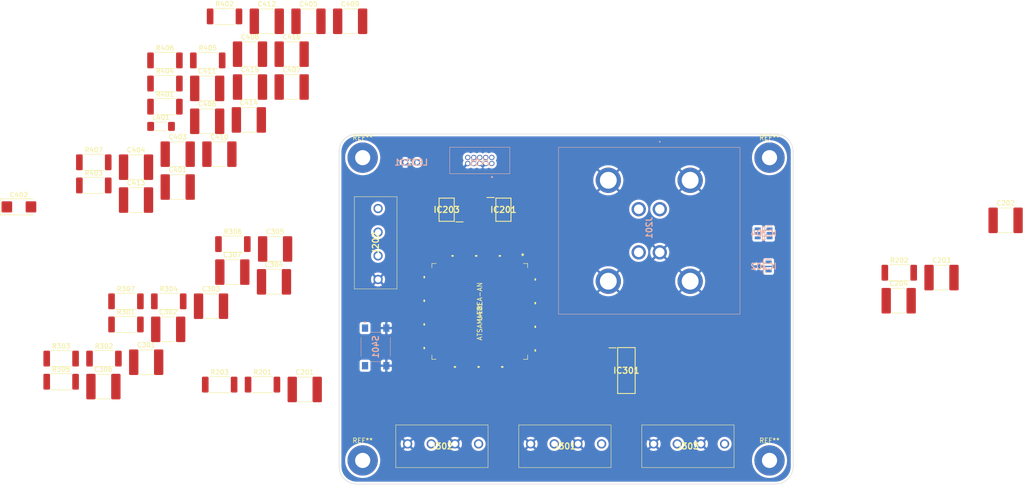
<source format=kicad_pcb>
(kicad_pcb (version 20211014) (generator pcbnew)
  (title_block (title "Digitizer") (date "2022-02-13") (rev "1") (company "The Backstreet Digitizers ft. Bourgault Industries Ltd."))
  (layers (0 "F.Cu" signal) (31 "B.Cu" signal) (34 "B.Paste" user) (35 "F.Paste" user) (36 "B.SilkS" user "B.Silkscreen") (37 "F.SilkS" user "F.Silkscreen") (38 "B.Mask" user) (39 "F.Mask" user) (44 "Edge.Cuts" user))
  (net 0 "")
  (net 1 "Net-(C201-Pad1)")
  (net 2 "GND")
  (net 3 "5V_CLEAN")
  (net 4 "3V3_CLEAN")
  (net 5 "Net-(C303-Pad1)")
  (net 6 "Net-(C303-Pad2)")
  (net 7 "/ANALOG/signal (-)")
  (net 8 "/ANALOG/signal (+)")
  (net 9 "Net-(C401-Pad1)")
  (net 10 "VDD_OUT")
  (net 11 "MCU_NRESET")
  (net 12 "CAN_UP_TX")
  (net 13 "CAN_UP_RX")
  (net 14 "/CANPWR/CANL_UPSTREAM")
  (net 15 "/CANPWR/CANH_UPSTREAM")
  (net 16 "Net-(IC201-Pad8)")
  (net 17 "CAN_DOWN_TX")
  (net 18 "CAN_DOWN_RX")
  (net 19 "/CANPWR/CANL_DOWNSTREAM")
  (net 20 "/CANPWR/CANH_DOWNSTREAM")
  (net 21 "Net-(IC203-Pad8)")
  (net 25 "Net-(IC301-Pad7)")
  (net 26 "Net-(IC301-Pad8)")
  (net 27 "Net-(IC301-Pad19)")
  (net 28 "Net-(IC301-Pad20)")
  (net 29 "Net-(IC301-Pad26)")
  (net 30 "Net-(IC301-Pad27)")
  (net 31 "Net-(IC301-Pad28)")
  (net 32 "/MCU/TMS")
  (net 33 "/MCU/TCLK")
  (net 34 "/MCU/TDO")
  (net 36 "/MCU/TDI")
  (net 37 "NRESET")
  (net 38 "Net-(LED201-Pad1)")
  (net 39 "ADC_MUX_0")
  (net 40 "ADC_MUX_1")
  (net 41 "ADC_nPWDN")
  (net 42 "I2C_SDA")
  (net 43 "I2C_SCL")
  (footprint "Capacitor_SMD:C_2220_5650Metric_Pad1.97x5.40mm_HandSolder" (layer "F.Cu") (at 55.43 39.07)
    (fp_text reference "C415" (at 0 -3.65) (layer "F.SilkS"))
    (fp_text value "0.1uF")
    (pad "1" smd roundrect locked (at -2.6375 0) (size 1.975 5.4) (layers "F.Cu" "F.Paste" "F.Mask") (roundrect_rratio 0.126582) (net 10 "VDD_OUT"))
    (pad "2" smd roundrect locked (at 2.6375 0) (size 1.975 5.4) (layers "F.Cu" "F.Paste" "F.Mask") (roundrect_rratio 0.126582) (net 2 "GND"))
  )
  (footprint "Capacitor_SMD:C_2220_5650Metric_Pad1.97x5.40mm_HandSolder" (layer "F.Cu") (at 215.155 67.25)
    (fp_text reference "C202" (at 0 -3.65) (layer "F.SilkS"))
    (fp_text value "0.1uF")
    (pad "1" smd roundrect locked (at -2.6375 0) (size 1.975 5.4) (layers "F.Cu" "F.Paste" "F.Mask") (roundrect_rratio 0.126582) (net 2 "GND"))
    (pad "2" smd roundrect locked (at 2.6375 0) (size 1.975 5.4) (layers "F.Cu" "F.Paste" "F.Mask") (roundrect_rratio 0.126582) (net 3 "5V_CLEAN"))
  )
  (footprint "Capacitor_SMD:C_2220_5650Metric_Pad1.97x5.40mm_HandSolder" (layer "F.Cu") (at 24.44 102.39)
    (fp_text reference "C306" (at 0 -3.65) (layer "F.SilkS"))
    (fp_text value "10nF")
    (pad "1" smd roundrect locked (at -2.6375 0) (size 1.975 5.4) (layers "F.Cu" "F.Paste" "F.Mask") (roundrect_rratio 0.126582) (net 8 "/ANALOG/signal (+)"))
    (pad "2" smd roundrect locked (at 2.6375 0) (size 1.975 5.4) (layers "F.Cu" "F.Paste" "F.Mask") (roundrect_rratio 0.126582) (net 7 "/ANALOG/signal (-)"))
  )
  (footprint "Capacitor_SMD:C_2220_5650Metric_Pad1.97x5.40mm_HandSolder" (layer "F.Cu") (at 31.34 56.01)
    (fp_text reference "C404" (at 0 -3.65) (layer "F.SilkS"))
    (fp_text value "10uF")
    (pad "1" smd roundrect locked (at -2.6375 0) (size 1.975 5.4) (layers "F.Cu" "F.Paste" "F.Mask") (roundrect_rratio 0.126582) (net 4 "3V3_CLEAN"))
    (pad "2" smd roundrect locked (at 2.6375 0) (size 1.975 5.4) (layers "F.Cu" "F.Paste" "F.Mask") (roundrect_rratio 0.126582) (net 2 "GND"))
  )
  (footprint "SamacSys_Parts:1935187" (layer "F.Cu") (at 140.75 114.5)
    (fp_text reference "J303" (at 7.25 0.5) (layer "F.SilkS") (effects (font (size 1.27 1.27) (thickness 0.254))))
    (fp_text value "Load Cell 3" hide)
    (pad "1" thru_hole circle locked (at 0 0) (size 1.95 1.95) (drill 1.3) (layers *.Cu *.Mask) (net 2 "GND"))
    (pad "2" thru_hole circle locked (at 5 0) (size 1.95 1.95) (drill 1.3) (layers *.Cu *.Mask) (net 3 "5V_CLEAN"))
    (pad "3" thru_hole circle locked (at 10 0) (size 1.95 1.95) (drill 1.3) (layers *.Cu *.Mask) (net 2 "GND"))
    (pad "4" thru_hole circle locked (at 15 0) (size 1.95 1.95) (drill 1.3) (layers *.Cu *.Mask) (net 8 "/ANALOG/signal (+)"))
  )
  (footprint "SamacSys_Parts:SOP65P640X120-28N" (layer "F.Cu") (at 135 99)
    (fp_text reference "IC301" (at 0 0) (layer "F.SilkS") (effects (font (size 1.27 1.27) (thickness 0.254))))
    (fp_text value "ADS1234IPWR" hide)
    (pad "1" smd rect locked (at -2.938 -4.225 90) (size 0.45 1.475) (layers "F.Cu" "F.Paste" "F.Mask") (net 4 "3V3_CLEAN"))
    (pad "2" smd rect locked (at -2.938 -3.575 90) (size 0.45 1.475) (layers "F.Cu" "F.Paste" "F.Mask") (net 2 "GND"))
    (pad "3" smd rect locked (at -2.938 -2.925 90) (size 0.45 1.475) (layers "F.Cu" "F.Paste" "F.Mask") (net 2 "GND"))
    (pad "4" smd rect locked (at -2.938 -2.275 90) (size 0.45 1.475) (layers "F.Cu" "F.Paste" "F.Mask"))
    (pad "5" smd rect locked (at -2.938 -1.625 90) (size 0.45 1.475) (layers "F.Cu" "F.Paste" "F.Mask") (net 2 "GND"))
    (pad "6" smd rect locked (at -2.938 -0.975 90) (size 0.45 1.475) (layers "F.Cu" "F.Paste" "F.Mask") (net 2 "GND"))
    (pad "7" smd rect locked (at -2.938 -0.325 90) (size 0.45 1.475) (layers "F.Cu" "F.Paste" "F.Mask") (net 25 "Net-(IC301-Pad7)"))
    (pad "8" smd rect locked (at -2.938 0.325 90) (size 0.45 1.475) (layers "F.Cu" "F.Paste" "F.Mask") (net 26 "Net-(IC301-Pad8)"))
    (pad "9" smd rect locked (at -2.938 0.975 90) (size 0.45 1.475) (layers "F.Cu" "F.Paste" "F.Mask") (net 5 "Net-(C303-Pad1)"))
    (pad "10" smd rect locked (at -2.938 1.625 90) (size 0.45 1.475) (layers "F.Cu" "F.Paste" "F.Mask") (net 6 "Net-(C303-Pad2)"))
    (pad "11" smd rect locked (at -2.938 2.275 90) (size 0.45 1.475) (layers "F.Cu" "F.Paste" "F.Mask") (net 8 "/ANALOG/signal (+)"))
    (pad "12" smd rect locked (at -2.938 2.925 90) (size 0.45 1.475) (layers "F.Cu" "F.Paste" "F.Mask") (net 7 "/ANALOG/signal (-)"))
    (pad "13" smd rect locked (at -2.938 3.575 90) (size 0.45 1.475) (layers "F.Cu" "F.Paste" "F.Mask") (net 8 "/ANALOG/signal (+)"))
    (pad "14" smd rect locked (at -2.938 4.225 90) (size 0.45 1.475) (layers "F.Cu" "F.Paste" "F.Mask") (net 7 "/ANALOG/signal (-)"))
    (pad "15" smd rect locked (at 2.938 4.225 90) (size 0.45 1.475) (layers "F.Cu" "F.Paste" "F.Mask") (net 2 "GND"))
    (pad "16" smd rect locked (at 2.938 3.575 90) (size 0.45 1.475) (layers "F.Cu" "F.Paste" "F.Mask") (net 2 "GND"))
    (pad "17" smd rect locked (at 2.938 2.925 90) (size 0.45 1.475) (layers "F.Cu" "F.Paste" "F.Mask") (net 7 "/ANALOG/signal (-)"))
    (pad "18" smd rect locked (at 2.938 2.275 90) (size 0.45 1.475) (layers "F.Cu" "F.Paste" "F.Mask") (net 8 "/ANALOG/signal (+)"))
    (pad "19" smd rect locked (at 2.938 1.625 90) (size 0.45 1.475) (layers "F.Cu" "F.Paste" "F.Mask") (net 27 "Net-(IC301-Pad19)"))
    (pad "20" smd rect locked (at 2.938 0.975 90) (size 0.45 1.475) (layers "F.Cu" "F.Paste" "F.Mask") (net 28 "Net-(IC301-Pad20)"))
    (pad "21" smd rect locked (at 2.938 0.325 90) (size 0.45 1.475) (layers "F.Cu" "F.Paste" "F.Mask") (net 2 "GND"))
    (pad "22" smd rect locked (at 2.938 -0.325 90) (size 0.45 1.475) (layers "F.Cu" "F.Paste" "F.Mask") (net 3 "5V_CLEAN"))
    (pad "23" smd rect locked (at 2.938 -0.975 90) (size 0.45 1.475) (layers "F.Cu" "F.Paste" "F.Mask") (net 4 "3V3_CLEAN"))
    (pad "24" smd rect locked (at 2.938 -1.625 90) (size 0.45 1.475) (layers "F.Cu" "F.Paste" "F.Mask") (net 4 "3V3_CLEAN"))
    (pad "25" smd rect locked (at 2.938 -2.275 90) (size 0.45 1.475) (layers "F.Cu" "F.Paste" "F.Mask") (net 2 "GND"))
    (pad "26" smd rect locked (at 2.938 -2.925 90) (size 0.45 1.475) (layers "F.Cu" "F.Paste" "F.Mask") (net 29 "Net-(IC301-Pad26)"))
    (pad "27" smd rect locked (at 2.938 -3.575 90) (size 0.45 1.475) (layers "F.Cu" "F.Paste" "F.Mask") (net 30 "Net-(IC301-Pad27)"))
    (pad "28" smd rect locked (at 2.938 -4.225 90) (size 0.45 1.475) (layers "F.Cu" "F.Paste" "F.Mask") (net 31 "Net-(IC301-Pad28)"))
  )
  (footprint "SamacSys_Parts:1935187" (layer "F.Cu") (at 114.75 114.5)
    (fp_text reference "J301" (at 7.25 0.5) (layer "F.SilkS") (effects (font (size 1.27 1.27) (thickness 0.254))))
    (fp_text value "Load Cell 1" hide)
    (pad "1" thru_hole circle locked (at 0 0) (size 1.95 1.95) (drill 1.3) (layers *.Cu *.Mask) (net 2 "GND"))
    (pad "2" thru_hole circle locked (at 5 0) (size 1.95 1.95) (drill 1.3) (layers *.Cu *.Mask) (net 3 "5V_CLEAN"))
    (pad "3" thru_hole circle locked (at 10 0) (size 1.95 1.95) (drill 1.3) (layers *.Cu *.Mask) (net 2 "GND"))
    (pad "4" thru_hole circle locked (at 15 0) (size 1.95 1.95) (drill 1.3) (layers *.Cu *.Mask) (net 8 "/ANALOG/signal (+)"))
  )
  (footprint "MountingHole:MountingHole_3.2mm_M3_Pad" (layer "F.Cu") (at 165.25 54)
    (fp_text reference "REF**" (at 0 -4.2) (layer "F.SilkS"))
    (fp_text value "MountingHole_3.2mm_M3_Pad")
    (pad "1" thru_hole circle locked (at 0 0) (size 6.4 6.4) (drill 3.2) (layers *.Cu *.Mask))
  )
  (footprint "Resistor_SMD:R_2512_6332Metric_Pad1.40x3.35mm_HandSolder" (layer "F.Cu") (at 50.05 24.14)
    (fp_text reference "R402" (at 0 -2.62) (layer "F.SilkS"))
    (fp_text value "100k")
    (pad "1" smd roundrect locked (at -3.05 0) (size 1.4 3.35) (layers "F.Cu" "F.Paste" "F.Mask") (roundrect_rratio 0.178571) (net 33 "/MCU/TCLK"))
    (pad "2" smd roundrect locked (at 3.05 0) (size 1.4 3.35) (layers "F.Cu" "F.Paste" "F.Mask") (roundrect_rratio 0.178571) (net 4 "3V3_CLEAN"))
  )
  (footprint "Capacitor_SMD:C_2220_5650Metric_Pad1.97x5.40mm_HandSolder" (layer "F.Cu") (at 33.49 97.24)
    (fp_text reference "C301" (at 0 -3.65) (layer "F.SilkS"))
    (fp_text value "0.1uF")
    (pad "1" smd roundrect locked (at -2.6375 0) (size 1.975 5.4) (layers "F.Cu" "F.Paste" "F.Mask") (roundrect_rratio 0.126582) (net 4 "3V3_CLEAN"))
    (pad "2" smd roundrect locked (at 2.6375 0) (size 1.975 5.4) (layers "F.Cu" "F.Paste" "F.Mask") (roundrect_rratio 0.126582) (net 2 "GND"))
  )
  (footprint "MountingHole:MountingHole_3.2mm_M3_Pad" (layer "F.Cu") (at 165.25 118)
    (fp_text reference "REF**" (at 0 -4.2) (layer "F.SilkS"))
    (fp_text value "MountingHole_3.2mm_M3_Pad")
    (pad "1" thru_hole circle locked (at 0 0) (size 6.4 6.4) (drill 3.2) (layers *.Cu *.Mask))
  )
  (footprint "Capacitor_SMD:C_2220_5650Metric_Pad1.97x5.40mm_HandSolder" (layer "F.Cu") (at 46.38 46.31)
    (fp_text reference "C406" (at 0 -3.65) (layer "F.SilkS"))
    (fp_text value "0.1uF")
    (pad "1" smd roundrect locked (at -2.6375 0) (size 1.975 5.4) (layers "F.Cu" "F.Paste" "F.Mask") (roundrect_rratio 0.126582) (net 4 "3V3_CLEAN"))
    (pad "2" smd roundrect locked (at 2.6375 0) (size 1.975 5.4) (layers "F.Cu" "F.Paste" "F.Mask") (roundrect_rratio 0.126582) (net 2 "GND"))
  )
  (footprint "Capacitor_SMD:C_2220_5650Metric_Pad1.97x5.40mm_HandSolder" (layer "F.Cu") (at 192.555 84.24)
    (fp_text reference "C204" (at 0 -3.65) (layer "F.SilkS"))
    (fp_text value "0.1uF")
    (pad "1" smd roundrect locked (at -2.6375 0) (size 1.975 5.4) (layers "F.Cu" "F.Paste" "F.Mask") (roundrect_rratio 0.126582) (net 1 "Net-(C201-Pad1)"))
    (pad "2" smd roundrect locked (at 2.6375 0) (size 1.975 5.4) (layers "F.Cu" "F.Paste" "F.Mask") (roundrect_rratio 0.126582) (net 2 "GND"))
  )
  (footprint "Capacitor_SMD:C_2220_5650Metric_Pad1.97x5.40mm_HandSolder" (layer "F.Cu") (at 67 103)
    (fp_text reference "C201" (at 0 -3.65) (layer "F.SilkS"))
    (fp_text value "0.1uF")
    (pad "1" smd roundrect locked (at -2.6375 0) (size 1.975 5.4) (layers "F.Cu" "F.Paste" "F.Mask") (roundrect_rratio 0.126582) (net 1 "Net-(C201-Pad1)"))
    (pad "2" smd roundrect locked (at 2.6375 0) (size 1.975 5.4) (layers "F.Cu" "F.Paste" "F.Mask") (roundrect_rratio 0.126582) (net 2 "GND"))
  )
  (footprint "Resistor_SMD:R_2512_6332Metric_Pad1.40x3.35mm_HandSolder" (layer "F.Cu") (at 58.07 101.97)
    (fp_text reference "R201" (at 0 -2.62) (layer "F.SilkS"))
    (fp_text value "50k")
    (pad "1" smd roundrect locked (at -3.05 0) (size 1.4 3.35) (layers "F.Cu" "F.Paste" "F.Mask") (roundrect_rratio 0.178571) (net 16 "Net-(IC201-Pad8)"))
    (pad "2" smd roundrect locked (at 3.05 0) (size 1.4 3.35) (layers "F.Cu" "F.Paste" "F.Mask") (roundrect_rratio 0.178571) (net 2 "GND"))
  )
  (footprint "Resistor_SMD:R_2512_6332Metric_Pad1.40x3.35mm_HandSolder" (layer "F.Cu") (at 29.21 84.37)
    (fp_text reference "R307" (at 0 -2.62) (layer "F.SilkS"))
    (fp_text value "100")
    (pad "1" smd roundrect locked (at -3.05 0) (size 1.4 3.35) (layers "F.Cu" "F.Paste" "F.Mask") (roundrect_rratio 0.178571) (net 27 "Net-(IC301-Pad19)"))
    (pad "2" smd roundrect locked (at 3.05 0) (size 1.4 3.35) (layers "F.Cu" "F.Paste" "F.Mask") (roundrect_rratio 0.178571) (net 2 "GND"))
  )
  (footprint "Capacitor_SMD:C_2220_5650Metric_Pad1.97x5.40mm_HandSolder" (layer "F.Cu") (at 55.43 32.12)
    (fp_text reference "C408" (at 0 -3.65) (layer "F.SilkS"))
    (fp_text value "0.1uF")
    (pad "1" smd roundrect locked (at -2.6375 0) (size 1.975 5.4) (layers "F.Cu" "F.Paste" "F.Mask") (roundrect_rratio 0.126582) (net 4 "3V3_CLEAN"))
    (pad "2" smd roundrect locked (at 2.6375 0) (size 1.975 5.4) (layers "F.Cu" "F.Paste" "F.Mask") (roundrect_rratio 0.126582) (net 2 "GND"))
  )
  (footprint "Inductor_SMD:L_1806_4516Metric_Pad1.45x1.90mm_HandSolder" (layer "F.Cu") (at 36.63 47.39)
    (fp_text reference "L401" (at 0 -1.9) (layer "F.SilkS"))
    (fp_text value "BLM41PG471SN1L")
    (pad "1" smd roundrect locked (at -2.2 0) (size 1.45 1.9) (layers "F.Cu" "F.Paste" "F.Mask") (roundrect_rratio 0.172414) (net 4 "3V3_CLEAN"))
    (pad "2" smd roundrect locked (at 2.2 0) (size 1.45 1.9) (layers "F.Cu" "F.Paste" "F.Mask") (roundrect_rratio 0.172414) (net 9 "Net-(C401-Pad1)"))
  )
  (footprint "Capacitor_SMD:C_2220_5650Metric_Pad1.97x5.40mm_HandSolder" (layer "F.Cu") (at 55.19 46.02)
    (fp_text reference "C414" (at 0 -3.65) (layer "F.SilkS"))
    (fp_text value "0.1uF")
    (pad "1" smd roundrect locked (at -2.6375 0) (size 1.975 5.4) (layers "F.Cu" "F.Paste" "F.Mask") (roundrect_rratio 0.126582) (net 10 "VDD_OUT"))
    (pad "2" smd roundrect locked (at 2.6375 0) (size 1.975 5.4) (layers "F.Cu" "F.Paste" "F.Mask") (roundrect_rratio 0.126582) (net 2 "GND"))
  )
  (footprint "Capacitor_SMD:C_2220_5650Metric_Pad1.97x5.40mm_HandSolder" (layer "F.Cu") (at 60.74 73.3)
    (fp_text reference "C305" (at 0 -3.65) (layer "F.SilkS"))
    (fp_text value "10nF")
    (pad "1" smd roundrect locked (at -2.6375 0) (size 1.975 5.4) (layers "F.Cu" "F.Paste" "F.Mask") (roundrect_rratio 0.126582) (net 3 "5V_CLEAN"))
    (pad "2" smd roundrect locked (at 2.6375 0) (size 1.975 5.4) (layers "F.Cu" "F.Paste" "F.Mask") (roundrect_rratio 0.126582) (net 2 "GND"))
  )
  (footprint "Capacitor_SMD:C_2220_5650Metric_Pad1.97x5.40mm_HandSolder" (layer "F.Cu") (at 47.19 85.4)
    (fp_text reference "C303" (at 0 -3.65) (layer "F.SilkS"))
    (fp_text value "0.1uF")
    (pad "1" smd roundrect locked (at -2.6375 0) (size 1.975 5.4) (layers "F.Cu" "F.Paste" "F.Mask") (roundrect_rratio 0.126582) (net 5 "Net-(C303-Pad1)"))
    (pad "2" smd roundrect locked (at 2.6375 0) (size 1.975 5.4) (layers "F.Cu" "F.Paste" "F.Mask") (roundrect_rratio 0.126582) (net 6 "Net-(C303-Pad2)"))
  )
  (footprint "Capacitor_SMD:C_2220_5650Metric_Pad1.97x5.40mm_HandSolder" (layer "F.Cu") (at 38.14 90.29)
    (fp_text reference "C302" (at 0 -3.65) (layer "F.SilkS"))
    (fp_text value "0.1uF")
    (pad "1" smd roundrect locked (at -2.6375 0) (size 1.975 5.4) (layers "F.Cu" "F.Paste" "F.Mask") (roundrect_rratio 0.126582) (net 3 "5V_CLEAN"))
    (pad "2" smd roundrect locked (at 2.6375 0) (size 1.975 5.4) (layers "F.Cu" "F.Paste" "F.Mask") (roundrect_rratio 0.126582) (net 2 "GND"))
  )
  (footprint "footprints:ATSAM4E8EA-AN" (layer "F.Cu") (at 104 86.5 -90)
    (fp_text reference "U401" (at 0 0 90) (layer "F.SilkS"))
    (fp_text value "ATSAM4E8EA-AN" (at 0 0 90) (layer "F.SilkS"))
    (fp_text user "*" (at -11.9888 -9.381 90) (layer "F.SilkS"))
    (fp_text user "*" (at -11.9888 -9.381 90) (layer "F.SilkS"))
    (pad "1" smd rect locked (at -10.6172 -8.75) (size 0.2794 1.4732) (layers "F.Cu" "F.Paste" "F.Mask"))
    (pad "2" smd rect locked (at -10.6172 -8.250001) (size 0.2794 1.4732) (layers "F.Cu" "F.Paste" "F.Mask"))
    (pad "3" smd rect locked (at -10.6172 -7.75) (size 0.2794 1.4732) (layers "F.Cu" "F.Paste" "F.Mask") (net 10 "VDD_OUT"))
    (pad "4" smd rect locked (at -10.6172 -7.250001) (size 0.2794 1.4732) (layers "F.Cu" "F.Paste" "F.Mask") (net 41 "ADC_nPWDN"))
    (pad "5" smd rect locked (at -10.6172 -6.749999) (size 0.2794 1.4732) (layers "F.Cu" "F.Paste" "F.Mask") (net 4 "3V3_CLEAN"))
    (pad "6" smd rect locked (at -10.6172 -6.25) (size 0.2794 1.4732) (layers "F.Cu" "F.Paste" "F.Mask") (net 39 "ADC_MUX_0"))
    (pad "7" smd rect locked (at -10.6172 -5.750001) (size 0.2794 1.4732) (layers "F.Cu" "F.Paste" "F.Mask") (net 40 "ADC_MUX_1"))
    (pad "8" smd rect locked (at -10.6172 -5.25) (size 0.2794 1.4732) (layers "F.Cu" "F.Paste" "F.Mask") (net 2 "GND"))
    (pad "9" smd rect locked (at -10.6172 -4.750001) (size 0.2794 1.4732) (layers "F.Cu" "F.Paste" "F.Mask") (net 9 "Net-(C401-Pad1)"))
    (pad "10" smd rect locked (at -10.6172 -4.249999) (size 0.2794 1.4732) (layers "F.Cu" "F.Paste" "F.Mask"))
    (pad "11" smd rect locked (at -10.6172 -3.75) (size 0.2794 1.4732) (layers "F.Cu" "F.Paste" "F.Mask"))
    (pad "12" smd rect locked (at -10.6172 -3.250001) (size 0.2794 1.4732) (layers "F.Cu" "F.Paste" "F.Mask"))
    (pad "13" smd rect locked (at -10.6172 -2.75) (size 0.2794 1.4732) (layers "F.Cu" "F.Paste" "F.Mask"))
    (pad "14" smd rect locked (at -10.6172 -2.250001) (size 0.2794 1.4732) (layers "F.Cu" "F.Paste" "F.Mask"))
    (pad "15" smd rect locked (at -10.6172 -1.749999) (size 0.2794 1.4732) (layers "F.Cu" "F.Paste" "F.Mask"))
    (pad "16" smd rect locked (at -10.6172 -1.25) (size 0.2794 1.4732) (layers "F.Cu" "F.Paste" "F.Mask"))
    (pad "17" smd rect locked (at -10.6172 -0.750001) (size 0.2794 1.4732) (layers "F.Cu" "F.Paste" "F.Mask") (net 13 "CAN_UP_RX"))
    (pad "18" smd rect locked (at -10.6172 -0.25) (size 0.2794 1.4732) (layers "F.Cu" "F.Paste" "F.Mask") (net 12 "CAN_UP_TX"))
    (pad "19" smd rect locked (at -10.6172 0.25) (size 0.2794 1.4732) (layers "F.Cu" "F.Paste" "F.Mask"))
    (pad "20" smd rect locked (at -10.6172 0.749998) (size 0.2794 1.4732) (layers "F.Cu" "F.Paste" "F.Mask"))
    (pad "21" smd rect locked (at -10.6172 1.25) (size 0.2794 1.4732) (layers "F.Cu" "F.Paste" "F.Mask"))
    (pad "22" smd rect locked (at -10.6172 1.749999) (size 0.2794 1.4732) (layers "F.Cu" "F.Paste" "F.Mask"))
    (pad "23" smd rect locked (at -10.6172 2.250001) (size 0.2794 1.4732) (layers "F.Cu" "F.Paste" "F.Mask"))
    (pad "24" smd rect locked (at -10.6172 2.75) (size 0.2794 1.4732) (layers "F.Cu" "F.Paste" "F.Mask"))
    (pad "25" smd rect locked (at -10.6172 3.249999) (size 0.2794 1.4732) (layers "F.Cu" "F.Paste" "F.Mask"))
    (pad "26" smd rect locked (at -10.6172 3.75) (size 0.2794 1.4732) (layers "F.Cu" "F.Paste" "F.Mask") (net 17 "CAN_DOWN_TX"))
    (pad "27" smd rect locked (at -10.6172 4.249999) (size 0.2794 1.4732) (layers "F.Cu" "F.Paste" "F.Mask"))
    (pad "28" smd rect locked (at -10.6172 4.750001) (size 0.2794 1.4732) (layers "F.Cu" "F.Paste" "F.Mask"))
    (pad "29" smd rect locked (at -10.6172 5.25) (size 0.2794 1.4732) (layers "F.Cu" "F.Paste" "F.Mask") (net 10 "VDD_OUT"))
    (pad "30" smd rect locked (at -10.6172 5.749999) (size 0.2794 1.4732) (layers "F.Cu" "F.Paste" "F.Mask") (net 4 "3V3_CLEAN"))
    (pad "31" smd rect locked (at -10.6172 6.25) (size 0.2794 1.4732) (layers "F.Cu" "F.Paste" "F.Mask") (net 18 "CAN_DOWN_RX"))
    (pad "32" smd rect locked (at -10.6172 6.749999) (size 0.2794 1.4732) (layers "F.Cu" "F.Paste" "F.Mask"))
    (pad "33" smd rect locked (at -10.6172 7.250001) (size 0.2794 1.4732) (layers "F.Cu" "F.Paste" "F.Mask") (net 10 "VDD_OUT"))
    (pad "34" smd rect locked (at -10.6172 7.75) (size 0.2794 1.4732) (layers "F.Cu" "F.Paste" "F.Mask"))
    (pad "35" smd rect locked (at -10.6172 8.249999) (size 0.2794 1.4732) (layers "F.Cu" "F.Paste" "F.Mask"))
    (pad "36" smd rect locked (at -10.6172 8.75) (size 0.2794 1.4732) (layers "F.Cu" "F.Paste" "F.Mask"))
    (pad "37" smd rect locked (at -8.75 10.6172 270) (size 0.2794 1.4732) (layers "F.Cu" "F.Paste" "F.Mask"))
    (pad "38" smd rect locked (at -8.250001 10.6172 270) (size 0.2794 1.4732) (layers "F.Cu" "F.Paste" "F.Mask"))
    (pad "39" smd rect locked (at -7.75 10.6172 270) (size 0.2794 1.4732) (layers "F.Cu" "F.Paste" "F.Mask"))
    (pad "40" smd rect locked (at -7.250001 10.6172 270) (size 0.2794 1.4732) (layers "F.Cu" "F.Paste" "F.Mask"))
    (pad "41" smd rect locked (at -6.749999 10.6172 270) (size 0.2794 1.4732) (layers "F.Cu" "F.Paste" "F.Mask"))
    (pad "42" smd rect locked (at -6.25 10.6172 270) (size 0.2794 1.4732) (layers "F.Cu" "F.Paste" "F.Mask"))
    (pad "43" smd rect locked (at -5.750001 10.6172 270) (size 0.2794 1.4732) (layers "F.Cu" "F.Paste" "F.Mask") (net 4 "3V3_CLEAN"))
    (pad "44" smd rect locked (at -5.25 10.6172 270) (size 0.2794 1.4732) (layers "F.Cu" "F.Paste" "F.Mask") (net 2 "GND"))
    (pad "45" smd rect locked (at -4.750001 10.6172 270) (size 0.2794 1.4732) (layers "F.Cu" "F.Paste" "F.Mask"))
    (pad "46" smd rect locked (at -4.249999 10.6172 270) (size 0.2794 1.4732) (layers "F.Cu" "F.Paste" "F.Mask"))
    (pad "47" smd rect locked (at -3.75 10.6172 270) (size 0.2794 1.4732) (layers "F.Cu" "F.Paste" "F.Mask"))
    (pad "48" smd rect locked (at -3.250001 10.6172 270) (size 0.2794 1.4732) (layers "F.Cu" "F.Paste" "F.Mask"))
    (pad "49" smd rect locked (at -2.75 10.6172 270) (size 0.2794 1.4732) (layers "F.Cu" "F.Paste" "F.Mask"))
    (pad "50" smd rect locked (at -2.250001 10.6172 270) (size 0.2794 1.4732) (layers "F.Cu" "F.Paste" "F.Mask") (net 10 "VDD_OUT"))
    (pad "51" smd rect locked (at -1.749999 10.6172 270) (size 0.2794 1.4732) (layers "F.Cu" "F.Paste" "F.Mask"))
    (pad "52" smd rect locked (at -1.25 10.6172 270) (size 0.2794 1.4732) (layers "F.Cu" "F.Paste" "F.Mask"))
    (pad "53" smd rect locked (at -0.750001 10.6172 270) (size 0.2794 1.4732) (layers "F.Cu" "F.Paste" "F.Mask"))
    (pad "54" smd rect locked (at -0.25 10.6172 270) (size 0.2794 1.4732) (layers "F.Cu" "F.Paste" "F.Mask"))
    (pad "55" smd rect locked (at 0.25 10.6172 270) (size 0.2794 1.4732) (layers "F.Cu" "F.Paste" "F.Mask"))
    (pad "56" smd rect locked (at 0.750001 10.6172 270) (size 0.2794 1.4732) (layers "F.Cu" "F.Paste" "F.Mask"))
    (pad "57" smd rect locked (at 1.25 10.6172 270) (size 0.2794 1.4732) (layers "F.Cu" "F.Paste" "F.Mask"))
    (pad "58" smd rect locked (at 1.749999 10.6172 270) (size 0.2794 1.4732) (layers "F.Cu" "F.Paste" "F.Mask"))
    (pad "59" smd rect locked (at 2.250001 10.6172 270) (size 0.2794 1.4732) (layers "F.Cu" "F.Paste" "F.Mask"))
    (pad "60" smd rect locked (at 2.75 10.6172 270) (size 0.2794 1.4732) (layers "F.Cu" "F.Paste" "F.Mask"))
    (pad "61" smd rect locked (at 3.250001 10.6172 270) (size 0.2794 1.4732) (layers "F.Cu" "F.Paste" "F.Mask") (net 2 "GND"))
    (pad "62" smd rect locked (at 3.75 10.6172 270) (size 0.2794 1.4732) (layers "F.Cu" "F.Paste" "F.Mask"))
    (pad "63" smd rect locked (at 4.249999 10.6172 270) (size 0.2794 1.4732) (layers "F.Cu" "F.Paste" "F.Mask"))
    (pad "64" smd rect locked (at 4.750001 10.6172 270) (size 0.2794 1.4732) (layers "F.Cu" "F.Paste" "F.Mask"))
    (pad "65" smd rect locked (at 5.25 10.6172 270) (size 0.2794 1.4732) (layers "F.Cu" "F.Paste" "F.Mask"))
    (pad "66" smd rect locked (at 5.750001 10.6172 270) (size 0.2794 1.4732) (layers "F.Cu" "F.Paste" "F.Mask"))
    (pad "67" smd rect locked (at 6.25 10.6172 270) (size 0.2794 1.4732) (layers "F.Cu" "F.Paste" "F.Mask"))
    (pad "68" smd rect locked (at 6.749999 10.6172 270) (size 0.2794 1.4732) (layers "F.Cu" "F.Paste" "F.Mask"))
    (pad "69" smd rect locked (at 7.250001 10.6172 270) (size 0.2794 1.4732) (layers "F.Cu" "F.Paste" "F.Mask"))
    (pad "70" smd rect locked (at 7.75 10.6172 270) (size 0.2794 1.4732) (layers "F.Cu" "F.Paste" "F.Mask"))
    (pad "71" smd rect locked (at 8.250001 10.6172 270) (size 0.2794 1.4732) (layers "F.Cu" "F.Paste" "F.Mask"))
    (pad "72" smd rect locked (at 8.75 10.6172 270) (size 0.2794 1.4732) (layers "F.Cu" "F.Paste" "F.Mask") (net 4 "3V3_CLEAN"))
    (pad "73" smd rect locked (at 10.6172 8.75) (size 0.2794 1.4732) (layers "F.Cu" "F.Paste" "F.Mask"))
    (pad "74" smd rect locked (at 10.6172 8.250001) (size 0.2794 1.4732) (layers "F.Cu" "F.Paste" "F.Mask"))
    (pad "75" smd rect locked (at 10.6172 7.75) (size 0.2794 1.4732) (layers "F.Cu" "F.Paste" "F.Mask"))
    (pad "76" smd rect locked (at 10.6172 7.250001) (size 0.2794 1.4732) (layers "F.Cu" "F.Paste" "F.Mask"))
    (pad "77" smd rect locked (at 10.6172 6.749999) (size 0.2794 1.4732) (layers "F.Cu" "F.Paste" "F.Mask") (net 43 "I2C_SCL"))
    (pad "78" smd rect locked (at 10.6172 6.25) (size 0.2794 1.4732) (layers "F.Cu" "F.Paste" "F.Mask"))
    (pad "79" smd rect locked (at 10.6172 5.750001) (size 0.2794 1.4732) (layers "F.Cu" "F.Paste" "F.Mask") (net 32 "/MCU/TMS"))
    (pad "80" smd rect locked (at 10.6172 5.25) (size 0.2794 1.4732) (layers "F.Cu" "F.Paste" "F.Mask") (net 4 "3V3_CLEAN"))
    (pad "81" smd rect locked (at 10.6172 4.750001) (size 0.2794 1.4732) (layers "F.Cu" "F.Paste" "F.Mask") (net 10 "VDD_OUT"))
    (pad "82" smd rect locked (at 10.6172 4.249999) (size 0.2794 1.4732) (layers "F.Cu" "F.Paste" "F.Mask"))
    (pad "83" smd rect locked (at 10.6172 3.75) (size 0.2794 1.4732) (layers "F.Cu" "F.Paste" "F.Mask") (net 11 "MCU_NRESET"))
    (pad "84" smd rect locked (at 10.6172 3.250001) (size 0.2794 1.4732) (layers "F.Cu" "F.Paste" "F.Mask"))
    (pad "85" smd rect locked (at 10.6172 2.75) (size 0.2794 1.4732) (layers "F.Cu" "F.Paste" "F.Mask"))
    (pad "86" smd rect locked (at 10.6172 2.250001) (size 0.2794 1.4732) (layers "F.Cu" "F.Paste" "F.Mask"))
    (pad "87" smd rect locked (at 10.6172 1.749999) (size 0.2794 1.4732) (layers "F.Cu" "F.Paste" "F.Mask"))
    (pad "88" smd rect locked (at 10.6172 1.25) (size 0.2794 1.4732) (layers "F.Cu" "F.Paste" "F.Mask"))
    (pad "89" smd rect locked (at 10.6172 0.750001) (size 0.2794 1.4732) (layers "F.Cu" "F.Paste" "F.Mask") (net 33 "/MCU/TCLK"))
    (pad "90" smd rect locked (at 10.6172 0.25) (size 0.2794 1.4732) (layers "F.Cu" "F.Paste" "F.Mask"))
    (pad "91" smd rect locked (at 10.6172 -0.25) (size 0.2794 1.4732) (layers "F.Cu" "F.Paste" "F.Mask") (net 42 "I2C_SDA"))
    (pad "92" smd rect locked (at 10.6172 -0.750001) (size 0.2794 1.4732) (layers "F.Cu" "F.Paste" "F.Mask"))
    (pad "93" smd rect locked (at 10.6172 -1.25) (size 0.2794 1.4732) (layers "F.Cu" "F.Paste" "F.Mask"))
    (pad "94" smd rect locked (at 10.6172 -1.749999) (size 0.2794 1.4732) (layers "F.Cu" "F.Paste" "F.Mask"))
    (pad "95" smd rect locked (at 10.6172 -2.250001) (size 0.2794 1.4732) (layers "F.Cu" "F.Paste" "F.Mask") (net 2 "GND"))
    (pad "96" smd rect locked (at 10.6172 -2.75) (size 0.2794 1.4732) (layers "F.Cu" "F.Paste" "F.Mask") (net 4 "3V3_CLEAN"))
    (pad "97" smd rect locked (at 10.6172 -3.250001) (size 0.2794 1.4732) (layers "F.Cu" "F.Paste" "F.Mask"))
    (pad "98" smd rect locked (at 10.6172 -3.75) (size 0.2794 1.4732) (layers "F.Cu" "F.Paste" "F.Mask"))
    (pad "99" smd rect locked (at 10.6172 -4.249999) (size 0.2794 1.4732) (layers "F.Cu" "F.Paste" "F.Mask"))
    (pad "100" smd rect locked (at 10.6172 -4.750001) (size 0.2794 1.4732) (layers "F.Cu" "F.Paste" "F.Mask"))
    (pad "101" smd rect locked (at 10.6172 -5.25) (size 0.2794 1.4732) (layers "F.Cu" "F.Paste" "F.Mask"))
    (pad "102" smd rect locked (at 10.6172 -5.750001) (size 0.2794 1.4732) (layers "F.Cu" "F.Paste" "F.Mask"))
    (pad "103" smd rect locked (at 10.6172 -6.25) (size 0.2794 1.4732) (layers "F.Cu" "F.Paste" "F.Mask"))
    (pad "104" smd rect locked (at 10.6172 -6.749999) (size 0.2794 1.4732) (layers "F.Cu" "F.Paste" "F.Mask"))
    (pad "105" smd rect locked (at 10.6172 -7.250001) (size 0.2794 1.4732) (layers "F.Cu" "F.Paste" "F.Mask") (net 36 "/MCU/TDI"))
    (pad "106" smd rect locked (at 10.6172 -7.75) (size 0.2794 1.4732) (layers "F.Cu" "F.Paste" "F.Mask"))
    (pad "107" smd rect locked (at 10.6172 -8.250001) (size 0.2794 1.4732) (layers "F.Cu" "F.Paste" "F.Mask") (net 10 "VDD_OUT"))
    (pad "108" smd rect locked (at 10.6172 -8.75) (size 0.2794 1.4732) (layers "F.Cu" "F.Paste" "F.Mask"))
    (pad "109" smd rect locked (at 8.75 -10.6172 270) (size 0.2794 1.4732) (layers "F.Cu" "F.Paste" "F.Mask") (net 34 "/MCU/TDO"))
    (pad "110" smd rect locked (at 8.250001 -10.6172 270) (size 0.2794 1.4732) (layers "F.Cu" "F.Paste" "F.Mask"))
    (pad "111" smd rect locked (at 7.75 -10.6172 270) (size 0.2794 1.4732) (layers "F.Cu" "F.Paste" "F.Mask"))
    (pad "112" smd rect locked (at 7.250001 -10.6172 270) (size 0.2794 1.4732) (layers "F.Cu" "F.Paste" "F.Mask"))
    (pad "113" smd rect locked (at 6.749999 -10.6172 270) (size 0.2794 1.4732) (layers "F.Cu" "F.Paste" "F.Mask"))
    (pad "114" smd rect locked (at 6.25 -10.6172 270) (size 0.2794 1.4732) (layers "F.Cu" "F.Paste" "F.Mask"))
    (pad "115" smd rect locked (at 5.750001 -10.6172 270) (size 0.2794 1.4732) (layers "F.Cu" "F.Paste" "F.Mask") (net 2 "GND"))
    (pad "116" smd rect locked (at 5.25 -10.6172 270) (size 0.2794 1.4732) (layers "F.Cu" "F.Paste" "F.Mask"))
    (pad "117" smd rect locked (at 4.750001 -10.6172 270) (size 0.2794 1.4732) (layers "F.Cu" "F.Paste" "F.Mask"))
    (pad "118" smd rect locked (at 4.249999 -10.6172 270) (size 0.2794 1.4732) (layers "F.Cu" "F.Paste" "F.Mask"))
    (pad "119" smd rect locked (at 3.75 -10.6172 270) (size 0.2794 1.4732) (layers "F.Cu" "F.Paste" "F.Mask"))
    (pad "120" smd rect locked (at 3.250001 -10.6172 270) (size 0.2794 1.4732) (layers "F.Cu" "F.Paste" "F.Mask"))
    (pad "121" smd rect locked (at 2.75 -10.6172 270) (size 0.2794 1.4732) (layers "F.Cu" "F.Paste" "F.Mask"))
    (pad "122" smd rect locked (at 2.250001 -10.6172 270) (size 0.2794 1.4732) (layers "F.Cu" "F.Paste" "F.Mask"))
    (pad "123" smd rect locked (at 1.749999 -10.6172 270) (size 0.2794 1.4732) (layers "F.Cu" "F.Paste" "F.Mask") (net 10 "VDD_OUT"))
    (pad "124" smd rect locked (at 1.25 -10.6172 270) (size 0.2794 1.4732) (layers "F.Cu" "F.Paste" "F.Mask"))
    (pad "125" smd rect locked (at 0.750001 -10.6172 270) (size 0.2794 1.4732) (layers "F.Cu" "F.Paste" "F.Mask"))
    (pad "126" smd rect locked (at 0.25 -10.6172 270) (size 0.2794 1.4732) (layers "F.Cu" "F.Paste" "F.Mask"))
    (pad "127" smd rect locked (at -0.25 -10.6172 270) (size 0.2794 1.4732) (layers "F.Cu" "F.Paste" "F.Mask"))
    (pad "128" smd rect locked (at -0.750001 -10.6172 270) (size 0.2794 1.4732) (layers "F.Cu" "F.Paste" "F.Mask"))
    (pad "129" smd rect locked (at -1.25 -10.6172 270) (size 0.2794 1.4732) (layers "F.Cu" "F.Paste" "F.Mask"))
    (pad "130" smd rect locked (at -1.749999 -10.6172 270) (size 0.2794 1.4732) (layers "F.Cu" "F.Paste" "F.Mask"))
    (pad "131" smd rect locked (at -2.250001 -10.6172 270) (size 0.2794 1.4732) (layers "F.Cu" "F.Paste" "F.Mask"))
    (pad "132" smd rect locked (at -2.75 -10.6172 270) (size 0.2794 1.4732) (layers "F.Cu" "F.Paste" "F.Mask"))
    (pad "133" smd rect locked (at -3.250001 -10.6172 270) (size 0.2794 1.4732) (layers "F.Cu" "F.Paste" "F.Mask"))
    (pad "134" smd rect locked (at -3.75 -10.6172 270) (size 0.2794 1.4732) (layers "F.Cu" "F.Paste" "F.Mask") (net 4 "3V3_CLEAN"))
    (pad "135" smd rect locked (at -4.249999 -10.6172 270) (size 0.2794 1.4732) (layers "F.Cu" "F.Paste" "F.Mask") (net 2 "GND"))
    (pad "136" smd rect locked (at -4.750001 -10.6172 270) (size 0.2794 1.4732) (layers "F.Cu" "F.Paste" "F.Mask"))
    (pad "137" smd rect locked (at -5.25 -10.6172 270) (size 0.2794 1.4732) (layers "F.Cu" "F.Paste" "F.Mask"))
    (pad "138" smd rect locked (at -5.750001 -10.6172 270) (size 0.2794 1.4732) (layers "F.Cu" "F.Paste" "F.Mask") (net 2 "GND"))
    (pad "139" smd rect locked (at -6.25 -10.6172 270) (size 0.2794 1.4732) (layers "F.Cu" "F.Paste" "F.Mask") (net 10 "VDD_OUT"))
    (pad "140" smd rect locked (at -6.749999 -10.6172 270) (size 0.2794 1.4732) (layers "F.Cu" "F.Paste" "F.Mask"))
    (pad "141" smd rect locked (at -7.250001 -10.6172 270) (size 0.2794 1.4732) (layers "F.Cu" "F.Paste" "F.Mask"))
    (pad "142" smd rect locked (at -7.75 -10.6172 270) (size 0.2794 1.4732) (layers "F.Cu" "F.Paste" "F.Mask"))
    (pad "143" smd rect locked (at -8.250001 -10.6172 270) (size 0.2794 1.4732) (layers "F.Cu" "F.Paste" "F.Mask") (net 4 "3V3_CLEAN"))
    (pad "144" smd rect locked (at -8.75 -10.6172 270) (size 0.2794 1.4732) (layers "F.Cu" "F.Paste" "F.Mask"))
  )
  (footprint "Capacitor_SMD:C_2220_5650Metric_Pad1.97x5.40mm_HandSolder" (layer "F.Cu") (at 40.15 53.26)
    (fp_text reference "C403" (at 0 -3.65) (layer "F.SilkS"))
    (fp_text value "0.1uF")
    (pad "1" smd roundrect locked (at -2.6375 0) (size 1.975 5.4) (layers "F.Cu" "F.Paste" "F.Mask") (roundrect_rratio 0.126582) (net 10 "VDD_OUT"))
    (pad "2" smd roundrect locked (at 2.6375 0) (size 1.975 5.4) (layers "F.Cu" "F.Paste" "F.Mask") (roundrect_rratio 0.126582) (net 2 "GND"))
  )
  (footprint "Resistor_SMD:R_2512_6332Metric_Pad1.40x3.35mm_HandSolder" (layer "F.Cu") (at 49.02 101.97)
    (fp_text reference "R203" (at 0 -2.62) (layer "F.SilkS"))
    (fp_text value "47")
    (pad "1" smd roundrect locked (at -3.05 0) (size 1.4 3.35) (layers "F.Cu" "F.Paste" "F.Mask") (roundrect_rratio 0.178571) (net 38 "Net-(LED201-Pad1)"))
    (pad "2" smd roundrect locked (at 3.05 0) (size 1.4 3.35) (layers "F.Cu" "F.Paste" "F.Mask") (roundrect_rratio 0.178571) (net 4 "3V3_CLEAN"))
  )
  (footprint "Resistor_SMD:R_2512_6332Metric_Pad1.40x3.35mm_HandSolder" (layer "F.Cu") (at 37.45 43.22)
    (fp_text reference "R401" (at 0 -2.62) (layer "F.SilkS"))
    (fp_text value "100k")
    (pad "1" smd roundrect locked (at -3.05 0) (size 1.4 3.35) (layers "F.Cu" "F.Paste" "F.Mask") (roundrect_rratio 0.178571) (net 32 "/MCU/TMS"))
    (pad "2" smd roundrect locked (at 3.05 0) (size 1.4 3.35) (layers "F.Cu" "F.Paste" "F.Mask") (roundrect_rratio 0.178571) (net 4 "3V3_CLEAN"))
  )
  (footprint "MountingHole:MountingHole_3.2mm_M3_Pad" (layer "F.Cu") (at 79.25 118)
    (fp_text reference "REF**" (at 0 -4.2) (layer "F.SilkS"))
    (fp_text value "MountingHole_3.2mm_M3_Pad")
    (pad "1" thru_hole circle locked (at 0 0) (size 6.4 6.4) (drill 3.2) (layers *.Cu *.Mask))
  )
  (footprint "Resistor_SMD:R_2512_6332Metric_Pad1.40x3.35mm_HandSolder" (layer "F.Cu") (at 192.675 78.32)
    (fp_text reference "R202" (at 0 -2.62) (layer "F.SilkS"))
    (fp_text value "50k")
    (pad "1" smd roundrect locked (at -3.05 0) (size 1.4 3.35) (layers "F.Cu" "F.Paste" "F.Mask") (roundrect_rratio 0.178571) (net 2 "GND"))
    (pad "2" smd roundrect locked (at 3.05 0) (size 1.4 3.35) (layers "F.Cu" "F.Paste" "F.Mask") (roundrect_rratio 0.178571) (net 21 "Net-(IC203-Pad8)"))
  )
  (footprint "Capacitor_SMD:C_2220_5650Metric_Pad1.97x5.40mm_HandSolder" (layer "F.Cu") (at 40.15 60.21)
    (fp_text reference "C401" (at 0 -3.65) (layer "F.SilkS"))
    (fp_text value "0.1uF")
    (pad "1" smd roundrect locked (at -2.6375 0) (size 1.975 5.4) (layers "F.Cu" "F.Paste" "F.Mask") (roundrect_rratio 0.126582) (net 9 "Net-(C401-Pad1)"))
    (pad "2" smd roundrect locked (at 2.6375 0) (size 1.975 5.4) (layers "F.Cu" "F.Paste" "F.Mask") (roundrect_rratio 0.126582) (net 2 "GND"))
  )
  (footprint "Capacitor_SMD:C_2220_5650Metric_Pad1.97x5.40mm_HandSolder" (layer "F.Cu") (at 46.38 39.36)
    (fp_text reference "C411" (at 0 -3.65) (layer "F.SilkS"))
    (fp_text value "0.1uF")
    (pad "1" smd roundrect locked (at -2.6375 0) (size 1.975 5.4) (layers "F.Cu" "F.Paste" "F.Mask") (roundrect_rratio 0.126582) (net 10 "VDD_OUT"))
    (pad "2" smd roundrect locked (at 2.6375 0) (size 1.975 5.4) (layers "F.Cu" "F.Paste" "F.Mask") (roundrect_rratio 0.126582) (net 2 "GND"))
  )
  (footprint "Resistor_SMD:R_2512_6332Metric_Pad1.40x3.35mm_HandSolder" (layer "F.Cu") (at 46.5 33.44)
    (fp_text reference "R405" (at 0 -2.62) (layer "F.SilkS"))
    (fp_text value "100k")
    (pad "1" smd roundrect locked (at -3.05 0) (size 1.4 3.35) (layers "F.Cu" "F.Paste" "F.Mask") (roundrect_rratio 0.178571) (net 34 "/MCU/TDO"))
    (pad "2" smd roundrect locked (at 3.05 0) (size 1.4 3.35) (layers "F.Cu" "F.Paste" "F.Mask") (roundrect_rratio 0.178571) (net 4 "3V3_CLEAN"))
  )
  (footprint "SamacSys_Parts:1935187" (layer "F.Cu") (at 82.5 64.75 -90)
    (fp_text reference "J202" (at 7.25 0.5 90) (layer "F.SilkS") (effects (font (size 1.27 1.27) (thickness 0.254))))
    (fp_text value "DT06-4S (DOWNSTREAM)" hide)
    (pad "1" thru_hole circle locked (at 0 0 270) (size 1.95 1.95) (drill 1.3) (layers *.Cu *.Mask) (net 20 "/CANPWR/CANH_DOWNSTREAM"))
    (pad "2" thru_hole circle locked (at 5 0 270) (size 1.95 1.95) (drill 1.3) (layers *.Cu *.Mask) (net 19 "/CANPWR/CANL_DOWNSTREAM"))
    (pad "3" thru_hole circle locked (at 10 0 270) (size 1.95 1.95) (drill 1.3) (layers *.Cu *.Mask) (net 1 "Net-(C201-Pad1)"))
    (pad "4" thru_hole circle locked (at 15 0 270) (size 1.95 1.95) (drill 1.3) (layers *.Cu *.Mask) (net 2 "GND"))
  )
  (footprint "Capacitor_SMD:C_2220_5650Metric_Pad1.97x5.40mm_HandSolder" (layer "F.Cu") (at 64.24 39.07)
    (fp_text reference "C407" (at 0 -3.65) (layer "F.SilkS"))
    (fp_text value "0.1uF")
    (pad "1" smd roundrect locked (at -2.6375 0) (size 1.975 5.4) (layers "F.Cu" "F.Paste" "F.Mask") (roundrect_rratio 0.126582) (net 4 "3V3_CLEAN"))
    (pad "2" smd roundrect locked (at 2.6375 0) (size 1.975 5.4) (layers "F.Cu" "F.Paste" "F.Mask") (roundrect_rratio 0.126582) (net 2 "GND"))
  )
  (footprint "Capacitor_SMD:C_2220_5650Metric_Pad1.97x5.40mm_HandSolder" (layer "F.Cu") (at 58.98 25.17)
    (fp_text reference "C412" (at 0 -3.65) (layer "F.SilkS"))
    (fp_text value "0.1uF")
    (pad "1" smd roundrect locked (at -2.6375 0) (size 1.975 5.4) (layers "F.Cu" "F.Paste" "F.Mask") (roundrect_rratio 0.126582) (net 10 "VDD_OUT"))
    (pad "2" smd roundrect locked (at 2.6375 0) (size 1.975 5.4) (layers "F.Cu" "F.Paste" "F.Mask") (roundrect_rratio 0.126582) (net 2 "GND"))
  )
  (footprint "Capacitor_SMD:C_2220_5650Metric_Pad1.97x5.40mm_HandSolder" (layer "F.Cu") (at 76.6 25.17)
    (fp_text reference "C409" (at 0 -3.65) (layer "F.SilkS"))
    (fp_text value "0.1uF")
    (pad "1" smd roundrect locked (at -2.6375 0) (size 1.975 5.4) (layers "F.Cu" "F.Paste" "F.Mask") (roundrect_rratio 0.126582) (net 4 "3V3_CLEAN"))
    (pad "2" smd roundrect locked (at 2.6375 0) (size 1.975 5.4) (layers "F.Cu" "F.Paste" "F.Mask") (roundrect_rratio 0.126582) (net 2 "GND"))
  )
  (footprint "MountingHole:MountingHole_3.2mm_M3_Pad" (layer "F.Cu") (at 79.25 54)
    (fp_text reference "REF**" (at 0 -4.2) (layer "F.SilkS"))
    (fp_text value "MountingHole_3.2mm_M3_Pad")
    (pad "1" thru_hole circle locked (at 0 0) (size 6.4 6.4) (drill 3.2) (layers *.Cu *.Mask))
  )
  (footprint "Resistor_SMD:R_2512_6332Metric_Pad1.40x3.35mm_HandSolder" (layer "F.Cu") (at 37.45 33.44)
    (fp_text reference "R406" (at 0 -2.62) (layer "F.SilkS"))
    (fp_text value "100k")
    (pad "1" smd roundrect locked (at -3.05 0) (size 1.4 3.35) (layers "F.Cu" "F.Paste" "F.Mask") (roundrect_rratio 0.178571) (net 36 "/MCU/TDI"))
    (pad "2" smd roundrect locked (at 3.05 0) (size 1.4 3.35) (layers "F.Cu" "F.Paste" "F.Mask") (roundrect_rratio 0.178571) (net 4 "3V3_CLEAN"))
  )
  (footprint "Resistor_SMD:R_2512_6332Metric_Pad1.40x3.35mm_HandSolder" (layer "F.Cu") (at 15.51 101.36)
    (fp_text reference "R305" (at 0 -2.62) (layer "F.SilkS"))
    (fp_text value "47")
    (pad "1" smd roundrect locked (at -3.05 0) (size 1.4 3.35) (layers "F.Cu" "F.Paste" "F.Mask") (roundrect_rratio 0.178571) (net 43 "I2C_SCL"))
    (pad "2" smd roundrect locked (at 3.05 0) (size 1.4 3.35) (layers "F.Cu" "F.Paste" "F.Mask") (roundrect_rratio 0.178571) (net 30 "Net-(IC301-Pad27)"))
  )
  (footprint "Resistor_SMD:R_2512_6332Metric_Pad1.40x3.35mm_HandSolder" (layer "F.Cu") (at 24.56 96.47)
    (fp_text reference "R302" (at 0 -2.62) (layer "F.SilkS"))
    (fp_text value "47")
    (pad "1" smd roundrect locked (at -3.05 0) (size 1.4 3.35) (layers "F.Cu" "F.Paste" "F.Mask") (roundrect_rratio 0.178571) (net 25 "Net-(IC301-Pad7)"))
    (pad "2" smd roundrect locked (at 3.05 0) (size 1.4 3.35) (layers "F.Cu" "F.Paste" "F.Mask") (roundrect_rratio 0.178571) (net 40 "ADC_MUX_1"))
  )
  (footprint "Resistor_SMD:R_2512_6332Metric_Pad1.40x3.35mm_HandSolder" (layer "F.Cu") (at 22.41 54.98)
    (fp_text reference "R407" (at 0 -2.62) (layer "F.SilkS"))
    (fp_text value "47")
    (pad "1" smd roundrect locked (at -3.05 0) (size 1.4 3.35) (layers "F.Cu" "F.Paste" "F.Mask") (roundrect_rratio 0.178571) (net 11 "MCU_NRESET"))
    (pad "2" smd roundrect locked (at 3.05 0) (size 1.4 3.35) (layers "F.Cu" "F.Paste" "F.Mask") (roundrect_rratio 0.178571) (net 37 "NRESET"))
  )
  (footprint "SamacSys_Parts:SOIC127P600X175-8N" (layer "F.Cu") (at 109 65)
    (fp_text reference "IC201" (at 0 0) (layer "F.SilkS") (effects (font (size 1.27 1.27) (thickness 0.254))))
    (fp_text value "MAX3059ASA+T UPSTREAM" hide)
    (pad "1" smd rect locked (at -2.712 -1.905 90) (size 0.65 1.525) (layers "F.Cu" "F.Paste" "F.Mask") (net 12 "CAN_UP_TX"))
    (pad "2" smd rect locked (at -2.712 -0.635 90) (size 0.65 1.525) (layers "F.Cu" "F.Paste" "F.Mask") (net 2 "GND"))
    (pad "3" smd rect locked (at -2.712 0.635 90) (size 0.65 1.525) (layers "F.Cu" "F.Paste" "F.Mask") (net 3 "5V_CLEAN"))
    (pad "4" smd rect locked (at -2.712 1.905 90) (size 0.65 1.525) (layers "F.Cu" "F.Paste" "F.Mask") (net 13 "CAN_UP_RX"))
    (pad "5" smd rect locked (at 2.712 1.905 90) (size 0.65 1.525) (layers "F.Cu" "F.Paste" "F.Mask") (net 3 "5V_CLEAN"))
    (pad "6" smd rect locked (at 2.712 0.635 90) (size 0.65 1.525) (layers "F.Cu" "F.Paste" "F.Mask") (net 14 "/CANPWR/CANL_UPSTREAM"))
    (pad "7" smd rect locked (at 2.712 -0.635 90) (size 0.65 1.525) (layers "F.Cu" "F.Paste" "F.Mask") (net 15 "/CANPWR/CANH_UPSTREAM"))
    (pad "8" smd rect locked (at 2.712 -1.905 90) (size 0.65 1.525) (layers "F.Cu" "F.Paste" "F.Mask") (net 16 "Net-(IC201-Pad8)"))
  )
  (footprint "Resistor_SMD:R_2512_6332Metric_Pad1.40x3.35mm_HandSolder" (layer "F.Cu") (at 22.41 59.87)
    (fp_text reference "R403" (at 0 -2.62) (layer "F.SilkS"))
    (fp_text value "4.7k")
    (pad "1" smd roundrect locked (at -3.05 0) (size 1.4 3.35) (layers "F.Cu" "F.Paste" "F.Mask") (roundrect_rratio 0.178571) (net 4 "3V3_CLEAN"))
    (pad "2" smd roundrect locked (at 3.05 0) (size 1.4 3.35) (layers "F.Cu" "F.Paste" "F.Mask") (roundrect_rratio 0.178571) (net 42 "I2C_SDA"))
  )
  (footprint "Capacitor_SMD:C_2220_5650Metric_Pad1.97x5.40mm_HandSolder" (layer "F.Cu") (at 48.96 53.26)
    (fp_text reference "C410" (at 0 -3.65) (layer "F.SilkS"))
    (fp_text value "0.1uF")
    (pad "1" smd roundrect locked (at -2.6375 0) (size 1.975 5.4) (layers "F.Cu" "F.Paste" "F.Mask") (roundrect_rratio 0.126582) (net 4 "3V3_CLEAN"))
    (pad "2" smd roundrect locked (at 2.6375 0) (size 1.975 5.4) (layers "F.Cu" "F.Paste" "F.Mask") (roundrect_rratio 0.126582) (net 2 "GND"))
  )
  (footprint "Capacitor_SMD:C_2220_5650Metric_Pad1.97x5.40mm_HandSolder" (layer "F.Cu") (at 51.69 78.19)
    (fp_text reference "C307" (at 0 -3.65) (layer "F.SilkS"))
    (fp_text value "10nF")
    (pad "1" smd roundrect locked (at -2.6375 0) (size 1.975 5.4) (layers "F.Cu" "F.Paste" "F.Mask") (roundrect_rratio 0.126582) (net 8 "/ANALOG/signal (+)"))
    (pad "2" smd roundrect locked (at 2.6375 0) (size 1.975 5.4) (layers "F.Cu" "F.Paste" "F.Mask") (roundrect_rratio 0.126582) (net 7 "/ANALOG/signal (-)"))
  )
  (footprint "Resistor_SMD:R_2512_6332Metric_Pad1.40x3.35mm_HandSolder" (layer "F.Cu") (at 29.21 89.26)
    (fp_text reference "R301" (at 0 -2.62) (layer "F.SilkS"))
    (fp_text value "47")
    (pad "1" smd roundrect locked (at -3.05 0) (size 1.4 3.35) (layers "F.Cu" "F.Paste" "F.Mask") (roundrect_rratio 0.178571) (net 26 "Net-(IC301-Pad8)"))
    (pad "2" smd roundrect locked (at 3.05 0) (size 1.4 3.35) (layers "F.Cu" "F.Paste" "F.Mask") (roundrect_rratio 0.178571) (net 39 "ADC_MUX_0"))
  )
  (footprint "Resistor_SMD:R_2512_6332Metric_Pad1.40x3.35mm_HandSolder" (layer "F.Cu") (at 38.26 84.37)
    (fp_text reference "R304" (at 0 -2.62) (layer "F.SilkS"))
    (fp_text value "47")
    (pad "1" smd roundrect locked (at -3.05 0) (size 1.4 3.35) (layers "F.Cu" "F.Paste" "F.Mask") (roundrect_rratio 0.178571) (net 42 "I2C_SDA"))
    (pad "2" smd roundrect locked (at 3.05 0) (size 1.4 3.35) (layers "F.Cu" "F.Paste" "F.Mask") (roundrect_rratio 0.178571) (net 31 "Net-(IC301-Pad28)"))
  )
  (footprint "Capacitor_Tantalum_SMD:CP_EIA-6032-20_AVX-F_Pad2.25x2.35mm_HandSolder" (layer "F.Cu") (at 6.58 64.4)
    (fp_text reference "C402" (at 0 -2.55) (layer "F.SilkS"))
    (fp_text value "4.7uF")
    (pad "1" smd roundrect locked (at -2.55 0) (size 2.25 2.35) (layers "F.Cu" "F.Paste" "F.Mask") (roundrect_rratio 0.111111) (net 10 "VDD_OUT"))
    (pad "2" smd roundrect locked (at 2.55 0) (size 2.25 2.35) (layers "F.Cu" "F.Paste" "F.Mask") (roundrect_rratio 0.111111) (net 2 "GND"))
  )
  (footprint "SamacSys_Parts:1935187" (layer "F.Cu") (at 88.75 114.5)
    (fp_text reference "J302" (at 7.25 0.5) (layer "F.SilkS") (effects (font (size 1.27 1.27) (thickness 0.254))))
    (fp_text value "Load Cell 2" hide)
    (pad "1" thru_hole circle locked (at 0 0) (size 1.95 1.95) (drill 1.3) (layers *.Cu *.Mask) (net 2 "GND"))
    (pad "2" thru_hole circle locked (at 5 0) (size 1.95 1.95) (drill 1.3) (layers *.Cu *.Mask) (net 3 "5V_CLEAN"))
    (pad "3" thru_hole circle locked (at 10 0) (size 1.95 1.95) (drill 1.3) (layers *.Cu *.Mask) (net 2 "GND"))
    (pad "4" thru_hole circle locked (at 15 0) (size 1.95 1.95) (drill 1.3) (layers *.Cu *.Mask) (net 8 "/ANALOG/signal (+)"))
  )
  (footprint "Resistor_SMD:R_2512_6332Metric_Pad1.40x3.35mm_HandSolder" (layer "F.Cu") (at 51.81 72.27)
    (fp_text reference "R306" (at 0 -2.62) (layer "F.SilkS"))
    (fp_text value "100")
    (pad "1" smd roundrect locked (at -3.05 0) (size 1.4 3.35) (layers "F.Cu" "F.Paste" "F.Mask") (roundrect_rratio 0.178571) (net 28 "Net-(IC301-Pad20)"))
    (pad "2" smd roundrect locked (at 3.05 0) (size 1.4 3.35) (layers "F.Cu" "F.Paste" "F.Mask") (roundrect_rratio 0.178571) (net 3 "5V_CLEAN"))
  )
  (footprint "SamacSys_Parts:SOIC127P600X175-8N" (layer "F.Cu") (at 97 65 180)
    (fp_text reference "IC203" (at 0 0) (layer "F.SilkS") (effects (font (size 1.27 1.27) (thickness 0.254))))
    (fp_text value "MAX3059ASA+T DOWNSTREAM" hide)
    (pad "1" smd rect locked (at -2.712 -1.905 270) (size 0.65 1.525) (layers "F.Cu" "F.Paste" "F.Mask") (net 17 "CAN_DOWN_TX"))
    (pad "2" smd rect locked (at -2.712 -0.635 270) (size 0.65 1.525) (layers "F.Cu" "F.Paste" "F.Mask") (net 2 "GND"))
    (pad "3" smd rect locked (at -2.712 0.635 270) (size 0.65 1.525) (layers "F.Cu" "F.Paste" "F.Mask") (net 3 "5V_CLEAN"))
    (pad "4" smd rect locked (at -2.712 1.905 270) (size 0.65 1.525) (layers "F.Cu" "F.Paste" "F.Mask") (net 18 "CAN_DOWN_RX"))
    (pad "5" smd rect locked (at 2.712 1.905 270) (size 0.65 1.525) (layers "F.Cu" "F.Paste" "F.Mask") (net 3 "5V_CLEAN"))
    (pad "6" smd rect locked (at 2.712 0.635 270) (size 0.65 1.525) (layers "F.Cu" "F.Paste" "F.Mask") (net 19 "/CANPWR/CANL_DOWNSTREAM"))
    (pad "7" smd rect locked (at 2.712 -0.635 270) (size 0.65 1.525) (layers "F.Cu" "F.Paste" "F.Mask") (net 20 "/CANPWR/CANH_DOWNSTREAM"))
    (pad "8" smd rect locked (at 2.712 -1.905 270) (size 0.65 1.525) (layers "F.Cu" "F.Paste" "F.Mask") (net 21 "Net-(IC203-Pad8)"))
  )
  (footprint "Resistor_SMD:R_2512_6332Metric_Pad1.40x3.35mm_HandSolder" (layer "F.Cu") (at 37.45 38.33)
    (fp_text reference "R404" (at 0 -2.62) (layer "F.SilkS"))
    (fp_text value "4.7k")
    (pad "1" smd roundrect locked (at -3.05 0) (size 1.4 3.35) (layers "F.Cu" "F.Paste" "F.Mask") (roundrect_rratio 0.178571) (net 4 "3V3_CLEAN"))
    (pad "2" smd roundrect locked (at 3.05 0) (size 1.4 3.35) (layers "F.Cu" "F.Paste" "F.Mask") (roundrect_rratio 0.178571) (net 43 "I2C_SCL"))
  )
  (footprint "Capacitor_SMD:C_2220_5650Metric_Pad1.97x5.40mm_HandSolder" (layer "F.Cu") (at 60.5 80.25)
    (fp_text reference "C304" (at 0 -3.65) (layer "F.SilkS"))
    (fp_text value "10nF")
    (pad "1" smd roundrect locked (at -2.6375 0) (size 1.975 5.4) (layers "F.Cu" "F.Paste" "F.Mask") (roundrect_rratio 0.126582) (net 7 "/ANALOG/signal (-)"))
    (pad "2" smd roundrect locked (at 2.6375 0) (size 1.975 5.4) (layers "F.Cu" "F.Paste" "F.Mask") (roundrect_rratio 0.126582) (net 8 "/ANALOG/signal (+)"))
  )
  (footprint "Capacitor_SMD:C_2220_5650Metric_Pad1.97x5.40mm_HandSolder" (layer "F.Cu") (at 64.24 32.12)
    (fp_text reference "C416" (at 0 -3.65) (layer "F.SilkS"))
    (fp_text value "0.1uF")
    (pad "1" smd roundrect locked (at -2.6375 0) (size 1.975 5.4) (layers "F.Cu" "F.Paste" "F.Mask") (roundrect_rratio 0.126582) (net 10 "VDD_OUT"))
    (pad "2" smd roundrect locked (at 2.6375 0) (size 1.975 5.4) (layers "F.Cu" "F.Paste" "F.Mask") (roundrect_rratio 0.126582) (net 2 "GND"))
  )
  (footprint "Resistor_SMD:R_2512_6332Metric_Pad1.40x3.35mm_HandSolder" (layer "F.Cu") (at 15.51 96.47)
    (fp_text reference "R303" (at 0 -2.62) (layer "F.SilkS"))
    (fp_text value "47")
    (pad "1" smd roundrect locked (at -3.05 0) (size 1.4 3.35) (layers "F.Cu" "F.Paste" "F.Mask") (roundrect_rratio 0.178571) (net 41 "ADC_nPWDN"))
    (pad "2" smd roundrect locked (at 3.05 0) (size 1.4 3.35) (layers "F.Cu" "F.Paste" "F.Mask") (roundrect_rratio 0.178571) (net 29 "Net-(IC301-Pad26)"))
  )
  (footprint "Capacitor_SMD:C_2220_5650Metric_Pad1.97x5.40mm_HandSolder" (layer "F.Cu") (at 201.605 79.35)
    (fp_text reference "C203" (at 0 -3.65) (layer "F.SilkS"))
    (fp_text value "0.1uF")
    (pad "1" smd roundrect locked (at -2.6375 0) (size 1.975 5.4) (layers "F.Cu" "F.Paste" "F.Mask") (roundrect_rratio 0.126582) (net 2 "GND"))
    (pad "2" smd roundrect locked (at 2.6375 0) (size 1.975 5.4) (layers "F.Cu" "F.Paste" "F.Mask") (roundrect_rratio 0.126582) (net 3 "5V_CLEAN"))
  )
  (footprint "Capacitor_SMD:C_2220_5650Metric_Pad1.97x5.40mm_HandSolder" (layer "F.Cu") (at 31.34 62.96)
    (fp_text reference "C413" (at 0 -3.65) (layer "F.SilkS"))
    (fp_text value "0.1uF")
    (pad "1" smd roundrect locked (at -2.6375 0) (size 1.975 5.4) (layers "F.Cu" "F.Paste" "F.Mask") (roundrect_rratio 0.126582) (net 10 "VDD_OUT"))
    (pad "2" smd roundrect locked (at 2.6375 0) (size 1.975 5.4) (layers "F.Cu" "F.Paste" "F.Mask") (roundrect_rratio 0.126582) (net 2 "GND"))
  )
  (footprint "Capacitor_SMD:C_2220_5650Metric_Pad1.97x5.40mm_HandSolder" (layer "F.Cu") (at 67.79 25.17)
    (fp_text reference "C405" (at 0 -3.65) (layer "F.SilkS"))
    (fp_text value "0.1uF")
    (pad "1" smd roundrect locked (at -2.6375 0) (size 1.975 5.4) (layers "F.Cu" "F.Paste" "F.Mask") (roundrect_rratio 0.126582) (net 11 "MCU_NRESET"))
    (pad "2" smd roundrect locked (at 2.6375 0) (size 1.975 5.4) (layers "F.Cu" "F.Paste" "F.Mask") (roundrect_rratio 0.126582) (net 2 "GND"))
  )
  (footprint "SamacSys_Parts:DT154P" (layer "B.Cu") (at 142.05 64.89 -90)
    (fp_text reference "J201" (at 3.942 2.225 90) (layer "B.SilkS") (effects (font (size 1.27 1.27) (thickness 0.254)) (justify mirror)))
    (fp_text value "DT15-4P (UPSTREAM)" hide)
    (pad "1" thru_hole circle locked (at 0 0 270) (size 3.015 3.015) (drill 2.01) (layers *.Cu *.Mask) (net 15 "/CANPWR/CANH_UPSTREAM"))
    (pad "2" thru_hole circle locked (at 0 4.45 270) (size 3.015 3.015) (drill 2.01) (layers *.Cu *.Mask) (net 14 "/CANPWR/CANL_UPSTREAM"))
    (pad "3" thru_hole circle locked (at 9.12 4.45 270) (size 3.015 3.015) (drill 2.01) (layers *.Cu *.Mask) (net 1 "Net-(C201-Pad1)"))
    (pad "4" thru_hole circle locked (at 9.12 0 270) (size 3.015 3.015) (drill 2.01) (layers *.Cu *.Mask) (net 2 "GND"))
    (pad "MH1" thru_hole circle locked (at -6.11 -6.425 270) (size 5.34 5.34) (drill 3.56) (layers *.Cu *.Mask) (net 2 "GND"))
    (pad "MH2" thru_hole circle locked (at -6.11 10.875 270) (size 5.34 5.34) (drill 3.56) (layers *.Cu *.Mask) (net 2 "GND"))
    (pad "MH3" thru_hole circle locked (at 15.23 10.875 270) (size 5.34 5.34) (drill 3.56) (layers *.Cu *.Mask) (net 2 "GND"))
    (pad "MH4" thru_hole circle locked (at 15.23 -6.425 270) (size 5.34 5.34) (drill 3.56) (layers *.Cu *.Mask) (net 2 "GND"))
  )
  (footprint "SamacSys_Parts:HLMPY802F0000" (layer "B.Cu") (at 89.5 55 180)
    (fp_text reference "LED201" (at 0 0) (layer "B.SilkS") (effects (font (size 1.27 1.27) (thickness 0.254)) (justify mirror)))
    (fp_text value "HLMP-Y802-F0000" hide)
    (pad "1" thru_hole circle locked (at -1.27 0 180) (size 1.3 1.3) (drill 0.8) (layers *.Cu *.Mask) (net 38 "Net-(LED201-Pad1)"))
    (pad "2" thru_hole circle locked (at 1.27 0 180) (size 1.3 1.3) (drill 0.8) (layers *.Cu *.Mask) (net 2 "GND"))
  )
  (footprint "SamacSys_Parts:PTS645SL43SMTR92LFS" (layer "B.Cu") (at 82 94 -90)
    (fp_text reference "S401" (at 0 0 90) (layer "B.SilkS") (effects (font (size 1.27 1.27) (thickness 0.254)) (justify mirror)))
    (fp_text value "PTS645SL43SMTR92LFS" hide)
    (pad "1" smd rect locked (at -3.975 2.25 180) (size 1.3 1.55) (layers "B.Cu" "B.Paste" "B.Mask") (net 37 "NRESET"))
    (pad "2" smd rect locked (at 3.975 2.25 180) (size 1.3 1.55) (layers "B.Cu" "B.Paste" "B.Mask") (net 37 "NRESET"))
    (pad "3" smd rect locked (at -3.975 -2.25 180) (size 1.3 1.55) (layers "B.Cu" "B.Paste" "B.Mask") (net 2 "GND"))
    (pad "4" smd rect locked (at 3.975 -2.25 180) (size 1.3 1.55) (layers "B.Cu" "B.Paste" "B.Mask") (net 2 "GND"))
  )
  (footprint "SamacSys_Parts:SHF10501LDTHTR" (layer "B.Cu") (at 106.54 55.2325 180)
    (fp_text reference "J401" (at 2.54 0.233) (layer "B.SilkS") (effects (font (size 1.27 1.27) (thickness 0.254)) (justify mirror)))
    (fp_text value "SHF-105-01-L-D-TH-TR" hide)
    (pad "1" thru_hole circle locked (at 0 0 180) (size 1.1 1.1) (drill 0.74) (layers *.Cu *.Mask) (net 4 "3V3_CLEAN"))
    (pad "2" thru_hole circle locked (at 0 1.27 180) (size 1.1 1.1) (drill 0.74) (layers *.Cu *.Mask) (net 32 "/MCU/TMS"))
    (pad "3" thru_hole circle locked (at 1.27 0 180) (size 1.1 1.1) (drill 0.74) (layers *.Cu *.Mask) (net 2 "GND"))
    (pad "4" thru_hole circle locked (at 1.27 1.27 180) (size 1.1 1.1) (drill 0.74) (layers *.Cu *.Mask) (net 33 "/MCU/TCLK"))
    (pad "5" thru_hole circle locked (at 2.54 0 180) (size 1.1 1.1) (drill 0.74) (layers *.Cu *.Mask) (net 2 "GND"))
    (pad "6" thru_hole circle locked (at 2.54 1.27 180) (size 1.1 1.1) (drill 0.74) (layers *.Cu *.Mask) (net 34 "/MCU/TDO"))
    (pad "7" thru_hole circle locked (at 3.81 0 180) (size 1.1 1.1) (drill 0.74) (layers *.Cu *.Mask))
    (pad "8" thru_hole circle locked (at 3.81 1.27 180) (size 1.1 1.1) (drill 0.74) (layers *.Cu *.Mask) (net 36 "/MCU/TDI"))
    (pad "9" thru_hole circle locked (at 5.08 0 180) (size 1.1 1.1) (drill 0.74) (layers *.Cu *.Mask) (net 2 "GND"))
    (pad "10" thru_hole circle locked (at 5.08 1.27 180) (size 1.1 1.1) (drill 0.74) (layers *.Cu *.Mask) (net 37 "NRESET"))
  )
  (footprint "SamacSys_Parts:SOT95P237X112-3N" (layer "B.Cu") (at 164 77 180)
    (fp_text reference "IC202" (at 0 0) (layer "B.SilkS") (effects (font (size 1.27 1.27) (thickness 0.254)) (justify mirror)))
    (fp_text value "MAX6035AAUR50+T" hide)
    (pad "1" smd rect locked (at -1.05 0.95 90) (size 0.6 1.3) (layers "B.Cu" "B.Paste" "B.Mask") (net 1 "Net-(C201-Pad1)"))
    (pad "2" smd rect locked (at -1.05 -0.95 90) (size 0.6 1.3) (layers "B.Cu" "B.Paste" "B.Mask") (net 3 "5V_CLEAN"))
    (pad "3" smd rect locked (at 1.05 0 90) (size 0.6 1.3) (layers "B.Cu" "B.Paste" "B.Mask") (net 2 "GND"))
  )
  (footprint "SamacSys_Parts:SOT95P280X145-6N" (layer "B.Cu") (at 164 70 180)
    (fp_text reference "IC204" (at 0 0) (layer "B.SilkS") (effects (font (size 1.27 1.27) (thickness 0.254)) (justify mirror)))
    (fp_text value "MAX6043BAUT33+T" hide)
    (pad "1" smd rect locked (at -1.25 0.95 90) (size 0.6 1.25) (layers "B.Cu" "B.Paste" "B.Mask"))
    (pad "2" smd rect locked (at -1.25 0 90) (size 0.6 1.25) (layers "B.Cu" "B.Paste" "B.Mask") (net 2 "GND"))
    (pad "3" smd rect locked (at -1.25 -0.95 90) (size 0.6 1.25) (layers "B.Cu" "B.Paste" "B.Mask"))
    (pad "4" smd rect locked (at 1.25 -0.95 90) (size 0.6 1.25) (layers "B.Cu" "B.Paste" "B.Mask") (net 1 "Net-(C201-Pad1)"))
    (pad "5" smd rect locked (at 1.25 0 90) (size 0.6 1.25) (layers "B.Cu" "B.Paste" "B.Mask") (net 4 "3V3_CLEAN"))
    (pad "6" smd rect locked (at 1.25 0.95 90) (size 0.6 1.25) (layers "B.Cu" "B.Paste" "B.Mask") (net 4 "3V3_CLEAN"))
  )
  (gr_arc (start 170.25 119.25) (mid 169.15165 121.90165) (end 166.5 123) (layer "Edge.Cuts") (width 0.1))
  (gr_arc (start 74.25 52.75) (mid 75.34835 50.09835) (end 78 49) (layer "Edge.Cuts") (width 0.1))
  (gr_arc (start 78 123) (mid 75.34835 121.90165) (end 74.25 119.25) (layer "Edge.Cuts") (width 0.1))
  (gr_line (start 74.25 52.75) (end 74.25 119.25) (layer "Edge.Cuts") (width 0.1))
  (gr_line (start 166.5 123) (end 78 123) (layer "Edge.Cuts") (width 0.1))
  (gr_line (start 78 49) (end 166.5 49) (layer "Edge.Cuts") (width 0.1))
  (gr_line (start 170.25 119.25) (end 170.25 52.75) (layer "Edge.Cuts") (width 0.1))
  (gr_arc (start 166.5 49) (mid 169.15165 50.09835) (end 170.25 52.75) (layer "Edge.Cuts") (width 0.1))
  (zone (net 2) (net_name "GND") (layer "B.Cu") (name "GND_PLANE") (connect_pads (clearance 0.508)) (min_thickness 0.254) (fill yes (thermal_gap 0.508) (thermal_bridge_width 0.508))
    (polygon (pts (xy 173 126) (xy 72 126) (xy 72 47.5) (xy 173 47.5)))
  )
)
</source>
